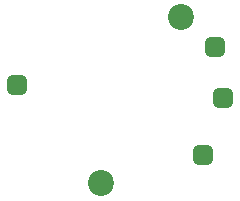
<source format=gbs>
G04 Layer_Color=16711935*
%FSLAX25Y25*%
%MOIN*%
G70*
G01*
G75*
G04:AMPARAMS|DCode=15|XSize=66.93mil|YSize=66.93mil|CornerRadius=18.7mil|HoleSize=0mil|Usage=FLASHONLY|Rotation=0.000|XOffset=0mil|YOffset=0mil|HoleType=Round|Shape=RoundedRectangle|*
%AMROUNDEDRECTD15*
21,1,0.06693,0.02953,0,0,0.0*
21,1,0.02953,0.06693,0,0,0.0*
1,1,0.03740,0.01476,-0.01476*
1,1,0.03740,-0.01476,-0.01476*
1,1,0.03740,-0.01476,0.01476*
1,1,0.03740,0.01476,0.01476*
%
%ADD15ROUNDEDRECTD15*%
%ADD16C,0.08661*%
D15*
X-33760Y4035D02*
D03*
X28248Y-19291D02*
D03*
X32382Y16634D02*
D03*
X35138Y-98D02*
D03*
D16*
X21134Y26694D02*
D03*
X-5512Y-28637D02*
D03*
M02*

</source>
